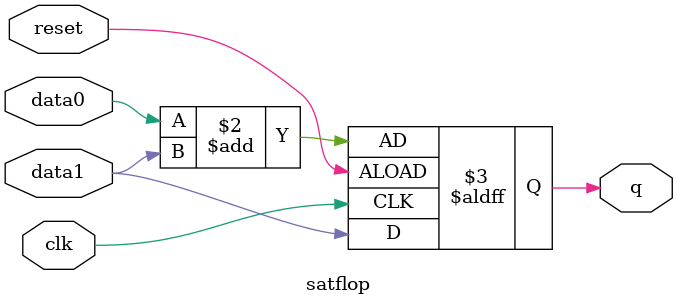
<source format=v>
module satflop (
data0   ,
data1   ,		
clk    , 
reset  , 
q        
);

input data0,data1, clk, reset ; 


output q;


reg q;


always @ ( posedge clk or posedge reset)
begin
if (reset) 
  q <= data0+data1;
          
  else  
    q<=data1;
   
 end
endmodule 

</source>
